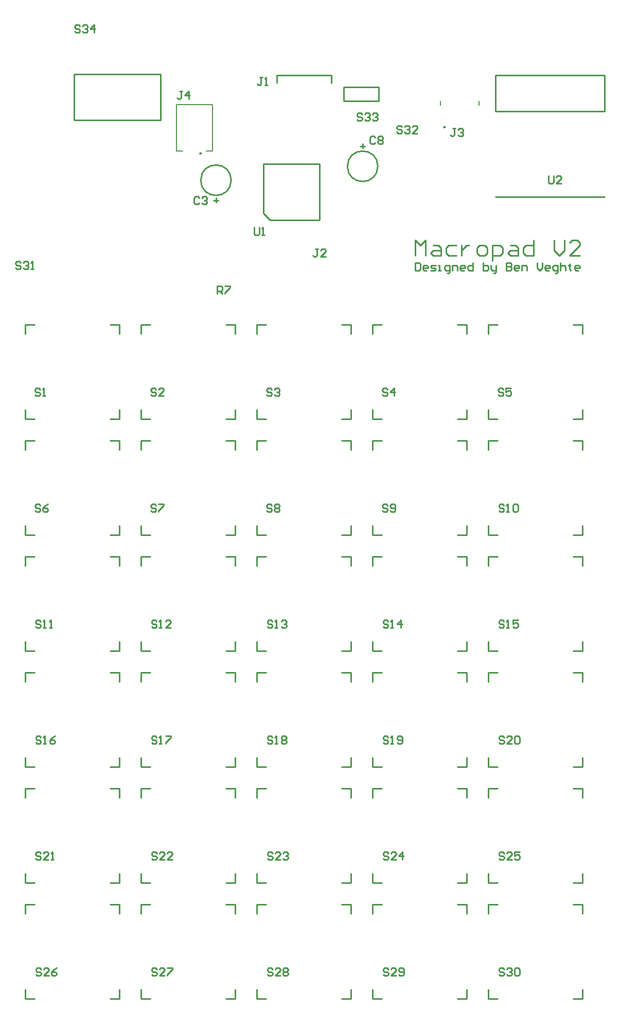
<source format=gto>
G04*
G04 #@! TF.GenerationSoftware,Altium Limited,Altium Designer,22.7.1 (60)*
G04*
G04 Layer_Color=65535*
%FSLAX25Y25*%
%MOIN*%
G70*
G04*
G04 #@! TF.SameCoordinates,C603BF2E-B12D-4F6D-87B7-6185641273B1*
G04*
G04*
G04 #@! TF.FilePolarity,Positive*
G04*
G01*
G75*
%ADD10C,0.00984*%
%ADD11C,0.01000*%
%ADD12C,0.00787*%
D10*
X148492Y581354D02*
G03*
X148492Y581354I-492J0D01*
G01*
X306492Y598331D02*
G03*
X306492Y598331I-492J0D01*
G01*
D11*
X262842Y573000D02*
G03*
X262842Y573000I-9843J0D01*
G01*
X167842Y564000D02*
G03*
X167842Y564000I-9843J0D01*
G01*
X339016Y553291D02*
X409882D01*
X339016Y608410D02*
Y632031D01*
X409882Y608410D02*
Y632031D01*
X339016D02*
X409882D01*
X339016Y608410D02*
X409882D01*
X66000Y602972D02*
Y632500D01*
X122000Y602972D02*
Y632500D01*
X66000Y603000D02*
X122000D01*
X66000Y632500D02*
X122000D01*
X188583Y542449D02*
X192945Y538087D01*
X188583Y542449D02*
Y574638D01*
X225134D01*
Y538087D02*
Y574638D01*
X192945Y538087D02*
X225134D01*
X240693Y615150D02*
Y624205D01*
X263528Y615150D02*
Y624205D01*
X240693D02*
X263528D01*
X240693Y615150D02*
X263528D01*
X334500Y34500D02*
Y40500D01*
Y34500D02*
X340500D01*
X389500D02*
X395500D01*
Y40500D01*
X389500Y95500D02*
X395500D01*
Y89500D02*
Y95500D01*
X334500D02*
X340500D01*
X334500Y89500D02*
Y95500D01*
X259500Y34500D02*
Y40500D01*
Y34500D02*
X265500D01*
X314500D02*
X320500D01*
Y40500D01*
X314500Y95500D02*
X320500D01*
Y89500D02*
Y95500D01*
X259500D02*
X265500D01*
X259500Y89500D02*
Y95500D01*
X184500Y34500D02*
Y40500D01*
Y34500D02*
X190500D01*
X239500D02*
X245500D01*
Y40500D01*
X239500Y95500D02*
X245500D01*
Y89500D02*
Y95500D01*
X184500D02*
X190500D01*
X184500Y89500D02*
Y95500D01*
X109500Y34500D02*
Y40500D01*
Y34500D02*
X115500D01*
X164500D02*
X170500D01*
Y40500D01*
X164500Y95500D02*
X170500D01*
Y89500D02*
Y95500D01*
X109500D02*
X115500D01*
X109500Y89500D02*
Y95500D01*
X34500Y34500D02*
Y40500D01*
Y34500D02*
X40500D01*
X89500D02*
X95500D01*
Y40500D01*
X89500Y95500D02*
X95500D01*
Y89500D02*
Y95500D01*
X34500D02*
X40500D01*
X34500Y89500D02*
Y95500D01*
X334500Y109500D02*
Y115500D01*
Y109500D02*
X340500D01*
X389500D02*
X395500D01*
Y115500D01*
X389500Y170500D02*
X395500D01*
Y164500D02*
Y170500D01*
X334500D02*
X340500D01*
X334500Y164500D02*
Y170500D01*
X259500Y109500D02*
Y115500D01*
Y109500D02*
X265500D01*
X314500D02*
X320500D01*
Y115500D01*
X314500Y170500D02*
X320500D01*
Y164500D02*
Y170500D01*
X259500D02*
X265500D01*
X259500Y164500D02*
Y170500D01*
X184500Y109500D02*
Y115500D01*
Y109500D02*
X190500D01*
X239500D02*
X245500D01*
Y115500D01*
X239500Y170500D02*
X245500D01*
Y164500D02*
Y170500D01*
X184500D02*
X190500D01*
X184500Y164500D02*
Y170500D01*
X109500Y109500D02*
Y115500D01*
Y109500D02*
X115500D01*
X164500D02*
X170500D01*
Y115500D01*
X164500Y170500D02*
X170500D01*
Y164500D02*
Y170500D01*
X109500D02*
X115500D01*
X109500Y164500D02*
Y170500D01*
X34500Y109500D02*
Y115500D01*
Y109500D02*
X40500D01*
X89500D02*
X95500D01*
Y115500D01*
X89500Y170500D02*
X95500D01*
Y164500D02*
Y170500D01*
X34500D02*
X40500D01*
X34500Y164500D02*
Y170500D01*
X334500Y184500D02*
Y190500D01*
Y184500D02*
X340500D01*
X389500D02*
X395500D01*
Y190500D01*
X389500Y245500D02*
X395500D01*
Y239500D02*
Y245500D01*
X334500D02*
X340500D01*
X334500Y239500D02*
Y245500D01*
X259500Y184500D02*
Y190500D01*
Y184500D02*
X265500D01*
X314500D02*
X320500D01*
Y190500D01*
X314500Y245500D02*
X320500D01*
Y239500D02*
Y245500D01*
X259500D02*
X265500D01*
X259500Y239500D02*
Y245500D01*
X184500Y184500D02*
Y190500D01*
Y184500D02*
X190500D01*
X239500D02*
X245500D01*
Y190500D01*
X239500Y245500D02*
X245500D01*
Y239500D02*
Y245500D01*
X184500D02*
X190500D01*
X184500Y239500D02*
Y245500D01*
X109500Y184500D02*
Y190500D01*
Y184500D02*
X115500D01*
X164500D02*
X170500D01*
Y190500D01*
X164500Y245500D02*
X170500D01*
Y239500D02*
Y245500D01*
X109500D02*
X115500D01*
X109500Y239500D02*
Y245500D01*
X34500Y184500D02*
Y190500D01*
Y184500D02*
X40500D01*
X89500D02*
X95500D01*
Y190500D01*
X89500Y245500D02*
X95500D01*
Y239500D02*
Y245500D01*
X34500D02*
X40500D01*
X34500Y239500D02*
Y245500D01*
X334500Y259500D02*
Y265500D01*
Y259500D02*
X340500D01*
X389500D02*
X395500D01*
Y265500D01*
X389500Y320500D02*
X395500D01*
Y314500D02*
Y320500D01*
X334500D02*
X340500D01*
X334500Y314500D02*
Y320500D01*
X259500Y259500D02*
Y265500D01*
Y259500D02*
X265500D01*
X314500D02*
X320500D01*
Y265500D01*
X314500Y320500D02*
X320500D01*
Y314500D02*
Y320500D01*
X259500D02*
X265500D01*
X259500Y314500D02*
Y320500D01*
X184500Y259500D02*
Y265500D01*
Y259500D02*
X190500D01*
X239500D02*
X245500D01*
Y265500D01*
X239500Y320500D02*
X245500D01*
Y314500D02*
Y320500D01*
X184500D02*
X190500D01*
X184500Y314500D02*
Y320500D01*
X109500Y259500D02*
Y265500D01*
Y259500D02*
X115500D01*
X164500D02*
X170500D01*
Y265500D01*
X164500Y320500D02*
X170500D01*
Y314500D02*
Y320500D01*
X109500D02*
X115500D01*
X109500Y314500D02*
Y320500D01*
X34500Y259500D02*
Y265500D01*
Y259500D02*
X40500D01*
X89500D02*
X95500D01*
Y265500D01*
X89500Y320500D02*
X95500D01*
Y314500D02*
Y320500D01*
X34500D02*
X40500D01*
X34500Y314500D02*
Y320500D01*
X334500Y334500D02*
Y340500D01*
Y334500D02*
X340500D01*
X389500D02*
X395500D01*
Y340500D01*
X389500Y395500D02*
X395500D01*
Y389500D02*
Y395500D01*
X334500D02*
X340500D01*
X334500Y389500D02*
Y395500D01*
X259500Y334500D02*
Y340500D01*
Y334500D02*
X265500D01*
X314500D02*
X320500D01*
Y340500D01*
X314500Y395500D02*
X320500D01*
Y389500D02*
Y395500D01*
X259500D02*
X265500D01*
X259500Y389500D02*
Y395500D01*
X184500Y334500D02*
Y340500D01*
Y334500D02*
X190500D01*
X239500D02*
X245500D01*
Y340500D01*
X239500Y395500D02*
X245500D01*
Y389500D02*
Y395500D01*
X184500D02*
X190500D01*
X184500Y389500D02*
Y395500D01*
X109500Y334500D02*
Y340500D01*
Y334500D02*
X115500D01*
X164500D02*
X170500D01*
Y340500D01*
X164500Y395500D02*
X170500D01*
Y389500D02*
Y395500D01*
X109500D02*
X115500D01*
X109500Y389500D02*
Y395500D01*
X34500Y334500D02*
Y340500D01*
Y334500D02*
X40500D01*
X89500D02*
X95500D01*
Y340500D01*
X89500Y395500D02*
X95500D01*
Y389500D02*
Y395500D01*
X34500D02*
X40500D01*
X34500Y389500D02*
Y395500D01*
X334500Y409500D02*
Y415500D01*
Y409500D02*
X340500D01*
X389500D02*
X395500D01*
Y415500D01*
X389500Y470500D02*
X395500D01*
Y464500D02*
Y470500D01*
X334500D02*
X340500D01*
X334500Y464500D02*
Y470500D01*
X259500Y409500D02*
Y415500D01*
Y409500D02*
X265500D01*
X314500D02*
X320500D01*
Y415500D01*
X314500Y470500D02*
X320500D01*
Y464500D02*
Y470500D01*
X259500D02*
X265500D01*
X259500Y464500D02*
Y470500D01*
X184500Y409500D02*
Y415500D01*
Y409500D02*
X190500D01*
X239500D02*
X245500D01*
Y415500D01*
X239500Y470500D02*
X245500D01*
Y464500D02*
Y470500D01*
X184500D02*
X190500D01*
X184500Y464500D02*
Y470500D01*
X109500Y409500D02*
Y415500D01*
Y409500D02*
X115500D01*
X164500D02*
X170500D01*
Y415500D01*
X164500Y470500D02*
X170500D01*
Y464500D02*
Y470500D01*
X109500D02*
X115500D01*
X109500Y464500D02*
Y470500D01*
X34500Y409500D02*
Y415500D01*
Y409500D02*
X40500D01*
X89500D02*
X95500D01*
Y415500D01*
X89500Y470500D02*
X95500D01*
Y464500D02*
Y470500D01*
X34500D02*
X40500D01*
X34500Y464500D02*
Y470500D01*
X197402Y627000D02*
Y632000D01*
X232598D01*
Y627000D02*
Y632000D01*
X253000Y584500D02*
Y587500D01*
X251500Y586000D02*
X254500D01*
X158000Y549500D02*
Y552500D01*
X156500Y551000D02*
X159500D01*
X31485Y510666D02*
X30652Y511499D01*
X28986D01*
X28153Y510666D01*
Y509833D01*
X28986Y509000D01*
X30652D01*
X31485Y508167D01*
Y507334D01*
X30652Y506501D01*
X28986D01*
X28153Y507334D01*
X33151Y510666D02*
X33984Y511499D01*
X35650D01*
X36483Y510666D01*
Y509833D01*
X35650Y509000D01*
X34817D01*
X35650D01*
X36483Y508167D01*
Y507334D01*
X35650Y506501D01*
X33984D01*
X33151Y507334D01*
X38150Y506501D02*
X39816D01*
X38983D01*
Y511499D01*
X38150Y510666D01*
X278463Y598524D02*
X277630Y599358D01*
X275964D01*
X275131Y598524D01*
Y597691D01*
X275964Y596858D01*
X277630D01*
X278463Y596025D01*
Y595192D01*
X277630Y594359D01*
X275964D01*
X275131Y595192D01*
X280129Y598524D02*
X280962Y599358D01*
X282628D01*
X283461Y598524D01*
Y597691D01*
X282628Y596858D01*
X281795D01*
X282628D01*
X283461Y596025D01*
Y595192D01*
X282628Y594359D01*
X280962D01*
X280129Y595192D01*
X288460Y594359D02*
X285127D01*
X288460Y597691D01*
Y598524D01*
X287627Y599358D01*
X285961D01*
X285127Y598524D01*
X373284Y566790D02*
Y562625D01*
X374116Y561792D01*
X375783D01*
X376616Y562625D01*
Y566790D01*
X381614Y561792D02*
X378282D01*
X381614Y565124D01*
Y565957D01*
X380781Y566790D01*
X379115D01*
X378282Y565957D01*
X136232Y621498D02*
X134566D01*
X135399D01*
Y617333D01*
X134566Y616500D01*
X133733D01*
X132900Y617333D01*
X140398Y616500D02*
Y621498D01*
X137898Y618999D01*
X141231D01*
X69832Y663565D02*
X68999Y664398D01*
X67333D01*
X66500Y663565D01*
Y662732D01*
X67333Y661899D01*
X68999D01*
X69832Y661066D01*
Y660233D01*
X68999Y659400D01*
X67333D01*
X66500Y660233D01*
X71498Y663565D02*
X72331Y664398D01*
X73998D01*
X74831Y663565D01*
Y662732D01*
X73998Y661899D01*
X73164D01*
X73998D01*
X74831Y661066D01*
Y660233D01*
X73998Y659400D01*
X72331D01*
X71498Y660233D01*
X78996Y659400D02*
Y664398D01*
X76497Y661899D01*
X79829D01*
X287000Y510665D02*
Y505666D01*
X289499D01*
X290332Y506499D01*
Y509831D01*
X289499Y510665D01*
X287000D01*
X294498Y505666D02*
X292831D01*
X291998Y506499D01*
Y508165D01*
X292831Y508998D01*
X294498D01*
X295331Y508165D01*
Y507332D01*
X291998D01*
X296997Y505666D02*
X299496D01*
X300329Y506499D01*
X299496Y507332D01*
X297830D01*
X296997Y508165D01*
X297830Y508998D01*
X300329D01*
X301995Y505666D02*
X303661D01*
X302828D01*
Y508998D01*
X301995D01*
X307827Y504000D02*
X308660D01*
X309493Y504833D01*
Y508998D01*
X306994D01*
X306160Y508165D01*
Y506499D01*
X306994Y505666D01*
X309493D01*
X311159D02*
Y508998D01*
X313658D01*
X314491Y508165D01*
Y505666D01*
X318656D02*
X316990D01*
X316157Y506499D01*
Y508165D01*
X316990Y508998D01*
X318656D01*
X319490Y508165D01*
Y507332D01*
X316157D01*
X324488Y510665D02*
Y505666D01*
X321989D01*
X321156Y506499D01*
Y508165D01*
X321989Y508998D01*
X324488D01*
X331152Y510665D02*
Y505666D01*
X333651D01*
X334485Y506499D01*
Y507332D01*
Y508165D01*
X333651Y508998D01*
X331152D01*
X336151D02*
Y506499D01*
X336984Y505666D01*
X339483D01*
Y504833D01*
X338650Y504000D01*
X337817D01*
X339483Y505666D02*
Y508998D01*
X346147Y510665D02*
Y505666D01*
X348647D01*
X349480Y506499D01*
Y507332D01*
X348647Y508165D01*
X346147D01*
X348647D01*
X349480Y508998D01*
Y509831D01*
X348647Y510665D01*
X346147D01*
X353645Y505666D02*
X351979D01*
X351146Y506499D01*
Y508165D01*
X351979Y508998D01*
X353645D01*
X354478Y508165D01*
Y507332D01*
X351146D01*
X356144Y505666D02*
Y508998D01*
X358643D01*
X359476Y508165D01*
Y505666D01*
X366141Y510665D02*
Y507332D01*
X367807Y505666D01*
X369473Y507332D01*
Y510665D01*
X373639Y505666D02*
X371972D01*
X371139Y506499D01*
Y508165D01*
X371972Y508998D01*
X373639D01*
X374472Y508165D01*
Y507332D01*
X371139D01*
X377804Y504000D02*
X378637D01*
X379470Y504833D01*
Y508998D01*
X376971D01*
X376138Y508165D01*
Y506499D01*
X376971Y505666D01*
X379470D01*
X381136Y510665D02*
Y505666D01*
Y508165D01*
X381969Y508998D01*
X383635D01*
X384468Y508165D01*
Y505666D01*
X386968Y509831D02*
Y508998D01*
X386135D01*
X387801D01*
X386968D01*
Y506499D01*
X387801Y505666D01*
X392799D02*
X391133D01*
X390300Y506499D01*
Y508165D01*
X391133Y508998D01*
X392799D01*
X393632Y508165D01*
Y507332D01*
X390300D01*
X287000Y515332D02*
Y525329D01*
X290332Y521997D01*
X293665Y525329D01*
Y515332D01*
X298663Y521997D02*
X301995D01*
X303661Y520331D01*
Y515332D01*
X298663D01*
X296997Y516998D01*
X298663Y518665D01*
X303661D01*
X313658Y521997D02*
X308660D01*
X306994Y520331D01*
Y516998D01*
X308660Y515332D01*
X313658D01*
X316990Y521997D02*
Y515332D01*
Y518665D01*
X318656Y520331D01*
X320323Y521997D01*
X321989D01*
X328653Y515332D02*
X331985D01*
X333652Y516998D01*
Y520331D01*
X331985Y521997D01*
X328653D01*
X326987Y520331D01*
Y516998D01*
X328653Y515332D01*
X336984Y512000D02*
Y521997D01*
X341982D01*
X343648Y520331D01*
Y516998D01*
X341982Y515332D01*
X336984D01*
X348647Y521997D02*
X351979D01*
X353645Y520331D01*
Y515332D01*
X348647D01*
X346981Y516998D01*
X348647Y518665D01*
X353645D01*
X363642Y525329D02*
Y515332D01*
X358644D01*
X356977Y516998D01*
Y520331D01*
X358644Y521997D01*
X363642D01*
X376971Y525329D02*
Y518665D01*
X380303Y515332D01*
X383635Y518665D01*
Y525329D01*
X393632Y515332D02*
X386968D01*
X393632Y521997D01*
Y523663D01*
X391966Y525329D01*
X388634D01*
X386968Y523663D01*
X224167Y519499D02*
X222501D01*
X223334D01*
Y515334D01*
X222501Y514501D01*
X221668D01*
X220835Y515334D01*
X229165Y514501D02*
X225833D01*
X229165Y517833D01*
Y518666D01*
X228332Y519499D01*
X226666D01*
X225833Y518666D01*
X182668Y533499D02*
Y529334D01*
X183501Y528501D01*
X185167D01*
X186000Y529334D01*
Y533499D01*
X187666Y528501D02*
X189332D01*
X188499D01*
Y533499D01*
X187666Y532666D01*
X252668Y606666D02*
X251835Y607499D01*
X250169D01*
X249336Y606666D01*
Y605833D01*
X250169Y605000D01*
X251835D01*
X252668Y604167D01*
Y603334D01*
X251835Y602501D01*
X250169D01*
X249336Y603334D01*
X254334Y606666D02*
X255167Y607499D01*
X256833D01*
X257666Y606666D01*
Y605833D01*
X256833Y605000D01*
X256000D01*
X256833D01*
X257666Y604167D01*
Y603334D01*
X256833Y602501D01*
X255167D01*
X254334Y603334D01*
X259332Y606666D02*
X260165Y607499D01*
X261831D01*
X262665Y606666D01*
Y605833D01*
X261831Y605000D01*
X260998D01*
X261831D01*
X262665Y604167D01*
Y603334D01*
X261831Y602501D01*
X260165D01*
X259332Y603334D01*
X344665Y53665D02*
X343832Y54498D01*
X342166D01*
X341333Y53665D01*
Y52832D01*
X342166Y51999D01*
X343832D01*
X344665Y51166D01*
Y50333D01*
X343832Y49500D01*
X342166D01*
X341333Y50333D01*
X346331Y53665D02*
X347164Y54498D01*
X348831D01*
X349663Y53665D01*
Y52832D01*
X348831Y51999D01*
X347997D01*
X348831D01*
X349663Y51166D01*
Y50333D01*
X348831Y49500D01*
X347164D01*
X346331Y50333D01*
X351330Y53665D02*
X352163Y54498D01*
X353829D01*
X354662Y53665D01*
Y50333D01*
X353829Y49500D01*
X352163D01*
X351330Y50333D01*
Y53665D01*
X269665D02*
X268832Y54498D01*
X267166D01*
X266333Y53665D01*
Y52832D01*
X267166Y51999D01*
X268832D01*
X269665Y51166D01*
Y50333D01*
X268832Y49500D01*
X267166D01*
X266333Y50333D01*
X274663Y49500D02*
X271331D01*
X274663Y52832D01*
Y53665D01*
X273831Y54498D01*
X272164D01*
X271331Y53665D01*
X276330Y50333D02*
X277163Y49500D01*
X278829D01*
X279662Y50333D01*
Y53665D01*
X278829Y54498D01*
X277163D01*
X276330Y53665D01*
Y52832D01*
X277163Y51999D01*
X279662D01*
X194665Y53665D02*
X193832Y54498D01*
X192166D01*
X191333Y53665D01*
Y52832D01*
X192166Y51999D01*
X193832D01*
X194665Y51166D01*
Y50333D01*
X193832Y49500D01*
X192166D01*
X191333Y50333D01*
X199663Y49500D02*
X196331D01*
X199663Y52832D01*
Y53665D01*
X198830Y54498D01*
X197164D01*
X196331Y53665D01*
X201330D02*
X202163Y54498D01*
X203829D01*
X204662Y53665D01*
Y52832D01*
X203829Y51999D01*
X204662Y51166D01*
Y50333D01*
X203829Y49500D01*
X202163D01*
X201330Y50333D01*
Y51166D01*
X202163Y51999D01*
X201330Y52832D01*
Y53665D01*
X202163Y51999D02*
X203829D01*
X119665Y53665D02*
X118832Y54498D01*
X117166D01*
X116333Y53665D01*
Y52832D01*
X117166Y51999D01*
X118832D01*
X119665Y51166D01*
Y50333D01*
X118832Y49500D01*
X117166D01*
X116333Y50333D01*
X124663Y49500D02*
X121331D01*
X124663Y52832D01*
Y53665D01*
X123830Y54498D01*
X122164D01*
X121331Y53665D01*
X126330Y54498D02*
X129662D01*
Y53665D01*
X126330Y50333D01*
Y49500D01*
X44665Y53665D02*
X43832Y54498D01*
X42166D01*
X41333Y53665D01*
Y52832D01*
X42166Y51999D01*
X43832D01*
X44665Y51166D01*
Y50333D01*
X43832Y49500D01*
X42166D01*
X41333Y50333D01*
X49663Y49500D02*
X46331D01*
X49663Y52832D01*
Y53665D01*
X48831Y54498D01*
X47164D01*
X46331Y53665D01*
X54662Y54498D02*
X52996Y53665D01*
X51330Y51999D01*
Y50333D01*
X52163Y49500D01*
X53829D01*
X54662Y50333D01*
Y51166D01*
X53829Y51999D01*
X51330D01*
X344665Y128665D02*
X343832Y129498D01*
X342166D01*
X341333Y128665D01*
Y127832D01*
X342166Y126999D01*
X343832D01*
X344665Y126166D01*
Y125333D01*
X343832Y124500D01*
X342166D01*
X341333Y125333D01*
X349663Y124500D02*
X346331D01*
X349663Y127832D01*
Y128665D01*
X348831Y129498D01*
X347164D01*
X346331Y128665D01*
X354662Y129498D02*
X351330D01*
Y126999D01*
X352996Y127832D01*
X353829D01*
X354662Y126999D01*
Y125333D01*
X353829Y124500D01*
X352163D01*
X351330Y125333D01*
X269665Y128665D02*
X268832Y129498D01*
X267166D01*
X266333Y128665D01*
Y127832D01*
X267166Y126999D01*
X268832D01*
X269665Y126166D01*
Y125333D01*
X268832Y124500D01*
X267166D01*
X266333Y125333D01*
X274663Y124500D02*
X271331D01*
X274663Y127832D01*
Y128665D01*
X273831Y129498D01*
X272164D01*
X271331Y128665D01*
X278829Y124500D02*
Y129498D01*
X276330Y126999D01*
X279662D01*
X194665Y128665D02*
X193832Y129498D01*
X192166D01*
X191333Y128665D01*
Y127832D01*
X192166Y126999D01*
X193832D01*
X194665Y126166D01*
Y125333D01*
X193832Y124500D01*
X192166D01*
X191333Y125333D01*
X199663Y124500D02*
X196331D01*
X199663Y127832D01*
Y128665D01*
X198830Y129498D01*
X197164D01*
X196331Y128665D01*
X201330D02*
X202163Y129498D01*
X203829D01*
X204662Y128665D01*
Y127832D01*
X203829Y126999D01*
X202996D01*
X203829D01*
X204662Y126166D01*
Y125333D01*
X203829Y124500D01*
X202163D01*
X201330Y125333D01*
X119665Y128665D02*
X118832Y129498D01*
X117166D01*
X116333Y128665D01*
Y127832D01*
X117166Y126999D01*
X118832D01*
X119665Y126166D01*
Y125333D01*
X118832Y124500D01*
X117166D01*
X116333Y125333D01*
X124663Y124500D02*
X121331D01*
X124663Y127832D01*
Y128665D01*
X123830Y129498D01*
X122164D01*
X121331Y128665D01*
X129662Y124500D02*
X126330D01*
X129662Y127832D01*
Y128665D01*
X128829Y129498D01*
X127163D01*
X126330Y128665D01*
X44499D02*
X43666Y129498D01*
X41999D01*
X41166Y128665D01*
Y127832D01*
X41999Y126999D01*
X43666D01*
X44499Y126166D01*
Y125333D01*
X43666Y124500D01*
X41999D01*
X41166Y125333D01*
X49497Y124500D02*
X46165D01*
X49497Y127832D01*
Y128665D01*
X48664Y129498D01*
X46998D01*
X46165Y128665D01*
X51163Y124500D02*
X52829D01*
X51996D01*
Y129498D01*
X51163Y128665D01*
X344665Y203665D02*
X343832Y204498D01*
X342166D01*
X341333Y203665D01*
Y202832D01*
X342166Y201999D01*
X343832D01*
X344665Y201166D01*
Y200333D01*
X343832Y199500D01*
X342166D01*
X341333Y200333D01*
X349663Y199500D02*
X346331D01*
X349663Y202832D01*
Y203665D01*
X348831Y204498D01*
X347164D01*
X346331Y203665D01*
X351330D02*
X352163Y204498D01*
X353829D01*
X354662Y203665D01*
Y200333D01*
X353829Y199500D01*
X352163D01*
X351330Y200333D01*
Y203665D01*
X269582D02*
X268749Y204498D01*
X267083D01*
X266250Y203665D01*
Y202832D01*
X267083Y201999D01*
X268749D01*
X269582Y201166D01*
Y200333D01*
X268749Y199500D01*
X267083D01*
X266250Y200333D01*
X271248Y199500D02*
X272914D01*
X272081D01*
Y204498D01*
X271248Y203665D01*
X275413Y200333D02*
X276246Y199500D01*
X277912D01*
X278746Y200333D01*
Y203665D01*
X277912Y204498D01*
X276246D01*
X275413Y203665D01*
Y202832D01*
X276246Y201999D01*
X278746D01*
X194582Y203665D02*
X193749Y204498D01*
X192083D01*
X191250Y203665D01*
Y202832D01*
X192083Y201999D01*
X193749D01*
X194582Y201166D01*
Y200333D01*
X193749Y199500D01*
X192083D01*
X191250Y200333D01*
X196248Y199500D02*
X197914D01*
X197081D01*
Y204498D01*
X196248Y203665D01*
X200413D02*
X201246Y204498D01*
X202912D01*
X203746Y203665D01*
Y202832D01*
X202912Y201999D01*
X203746Y201166D01*
Y200333D01*
X202912Y199500D01*
X201246D01*
X200413Y200333D01*
Y201166D01*
X201246Y201999D01*
X200413Y202832D01*
Y203665D01*
X201246Y201999D02*
X202912D01*
X119582Y203665D02*
X118749Y204498D01*
X117083D01*
X116250Y203665D01*
Y202832D01*
X117083Y201999D01*
X118749D01*
X119582Y201166D01*
Y200333D01*
X118749Y199500D01*
X117083D01*
X116250Y200333D01*
X121248Y199500D02*
X122914D01*
X122081D01*
Y204498D01*
X121248Y203665D01*
X125413Y204498D02*
X128746D01*
Y203665D01*
X125413Y200333D01*
Y199500D01*
X44582Y203665D02*
X43749Y204498D01*
X42083D01*
X41250Y203665D01*
Y202832D01*
X42083Y201999D01*
X43749D01*
X44582Y201166D01*
Y200333D01*
X43749Y199500D01*
X42083D01*
X41250Y200333D01*
X46248Y199500D02*
X47914D01*
X47081D01*
Y204498D01*
X46248Y203665D01*
X53746Y204498D02*
X52079Y203665D01*
X50413Y201999D01*
Y200333D01*
X51246Y199500D01*
X52912D01*
X53746Y200333D01*
Y201166D01*
X52912Y201999D01*
X50413D01*
X344582Y278665D02*
X343749Y279498D01*
X342083D01*
X341250Y278665D01*
Y277832D01*
X342083Y276999D01*
X343749D01*
X344582Y276166D01*
Y275333D01*
X343749Y274500D01*
X342083D01*
X341250Y275333D01*
X346248Y274500D02*
X347914D01*
X347081D01*
Y279498D01*
X346248Y278665D01*
X353746Y279498D02*
X350413D01*
Y276999D01*
X352079Y277832D01*
X352912D01*
X353746Y276999D01*
Y275333D01*
X352912Y274500D01*
X351246D01*
X350413Y275333D01*
X269582Y278665D02*
X268749Y279498D01*
X267083D01*
X266250Y278665D01*
Y277832D01*
X267083Y276999D01*
X268749D01*
X269582Y276166D01*
Y275333D01*
X268749Y274500D01*
X267083D01*
X266250Y275333D01*
X271248Y274500D02*
X272914D01*
X272081D01*
Y279498D01*
X271248Y278665D01*
X277912Y274500D02*
Y279498D01*
X275413Y276999D01*
X278746D01*
X194582Y278665D02*
X193749Y279498D01*
X192083D01*
X191250Y278665D01*
Y277832D01*
X192083Y276999D01*
X193749D01*
X194582Y276166D01*
Y275333D01*
X193749Y274500D01*
X192083D01*
X191250Y275333D01*
X196248Y274500D02*
X197914D01*
X197081D01*
Y279498D01*
X196248Y278665D01*
X200413D02*
X201246Y279498D01*
X202912D01*
X203746Y278665D01*
Y277832D01*
X202912Y276999D01*
X202079D01*
X202912D01*
X203746Y276166D01*
Y275333D01*
X202912Y274500D01*
X201246D01*
X200413Y275333D01*
X119582Y278665D02*
X118749Y279498D01*
X117083D01*
X116250Y278665D01*
Y277832D01*
X117083Y276999D01*
X118749D01*
X119582Y276166D01*
Y275333D01*
X118749Y274500D01*
X117083D01*
X116250Y275333D01*
X121248Y274500D02*
X122914D01*
X122081D01*
Y279498D01*
X121248Y278665D01*
X128746Y274500D02*
X125413D01*
X128746Y277832D01*
Y278665D01*
X127912Y279498D01*
X126246D01*
X125413Y278665D01*
X44415D02*
X43582Y279498D01*
X41916D01*
X41083Y278665D01*
Y277832D01*
X41916Y276999D01*
X43582D01*
X44415Y276166D01*
Y275333D01*
X43582Y274500D01*
X41916D01*
X41083Y275333D01*
X46081Y274500D02*
X47747D01*
X46914D01*
Y279498D01*
X46081Y278665D01*
X50247Y274500D02*
X51913D01*
X51080D01*
Y279498D01*
X50247Y278665D01*
X344582Y353665D02*
X343749Y354498D01*
X342083D01*
X341250Y353665D01*
Y352832D01*
X342083Y351999D01*
X343749D01*
X344582Y351166D01*
Y350333D01*
X343749Y349500D01*
X342083D01*
X341250Y350333D01*
X346248Y349500D02*
X347914D01*
X347081D01*
Y354498D01*
X346248Y353665D01*
X350413D02*
X351246Y354498D01*
X352912D01*
X353746Y353665D01*
Y350333D01*
X352912Y349500D01*
X351246D01*
X350413Y350333D01*
Y353665D01*
X269165D02*
X268332Y354498D01*
X266666D01*
X265833Y353665D01*
Y352832D01*
X266666Y351999D01*
X268332D01*
X269165Y351166D01*
Y350333D01*
X268332Y349500D01*
X266666D01*
X265833Y350333D01*
X270831D02*
X271665Y349500D01*
X273331D01*
X274164Y350333D01*
Y353665D01*
X273331Y354498D01*
X271665D01*
X270831Y353665D01*
Y352832D01*
X271665Y351999D01*
X274164D01*
X194165Y353665D02*
X193332Y354498D01*
X191666D01*
X190833Y353665D01*
Y352832D01*
X191666Y351999D01*
X193332D01*
X194165Y351166D01*
Y350333D01*
X193332Y349500D01*
X191666D01*
X190833Y350333D01*
X195831Y353665D02*
X196665Y354498D01*
X198331D01*
X199164Y353665D01*
Y352832D01*
X198331Y351999D01*
X199164Y351166D01*
Y350333D01*
X198331Y349500D01*
X196665D01*
X195831Y350333D01*
Y351166D01*
X196665Y351999D01*
X195831Y352832D01*
Y353665D01*
X196665Y351999D02*
X198331D01*
X119165Y353665D02*
X118332Y354498D01*
X116666D01*
X115833Y353665D01*
Y352832D01*
X116666Y351999D01*
X118332D01*
X119165Y351166D01*
Y350333D01*
X118332Y349500D01*
X116666D01*
X115833Y350333D01*
X120831Y354498D02*
X124164D01*
Y353665D01*
X120831Y350333D01*
Y349500D01*
X44165Y353665D02*
X43332Y354498D01*
X41666D01*
X40833Y353665D01*
Y352832D01*
X41666Y351999D01*
X43332D01*
X44165Y351166D01*
Y350333D01*
X43332Y349500D01*
X41666D01*
X40833Y350333D01*
X49164Y354498D02*
X47498Y353665D01*
X45831Y351999D01*
Y350333D01*
X46665Y349500D01*
X48331D01*
X49164Y350333D01*
Y351166D01*
X48331Y351999D01*
X45831D01*
X344165Y428665D02*
X343332Y429498D01*
X341666D01*
X340833Y428665D01*
Y427832D01*
X341666Y426999D01*
X343332D01*
X344165Y426166D01*
Y425333D01*
X343332Y424500D01*
X341666D01*
X340833Y425333D01*
X349164Y429498D02*
X345831D01*
Y426999D01*
X347498Y427832D01*
X348331D01*
X349164Y426999D01*
Y425333D01*
X348331Y424500D01*
X346665D01*
X345831Y425333D01*
X269165Y428665D02*
X268332Y429498D01*
X266666D01*
X265833Y428665D01*
Y427832D01*
X266666Y426999D01*
X268332D01*
X269165Y426166D01*
Y425333D01*
X268332Y424500D01*
X266666D01*
X265833Y425333D01*
X273331Y424500D02*
Y429498D01*
X270831Y426999D01*
X274164D01*
X194165Y428665D02*
X193332Y429498D01*
X191666D01*
X190833Y428665D01*
Y427832D01*
X191666Y426999D01*
X193332D01*
X194165Y426166D01*
Y425333D01*
X193332Y424500D01*
X191666D01*
X190833Y425333D01*
X195831Y428665D02*
X196665Y429498D01*
X198331D01*
X199164Y428665D01*
Y427832D01*
X198331Y426999D01*
X197498D01*
X198331D01*
X199164Y426166D01*
Y425333D01*
X198331Y424500D01*
X196665D01*
X195831Y425333D01*
X119165Y428665D02*
X118332Y429498D01*
X116666D01*
X115833Y428665D01*
Y427832D01*
X116666Y426999D01*
X118332D01*
X119165Y426166D01*
Y425333D01*
X118332Y424500D01*
X116666D01*
X115833Y425333D01*
X124164Y424500D02*
X120831D01*
X124164Y427832D01*
Y428665D01*
X123331Y429498D01*
X121665D01*
X120831Y428665D01*
X43999D02*
X43166Y429498D01*
X41500D01*
X40666Y428665D01*
Y427832D01*
X41500Y426999D01*
X43166D01*
X43999Y426166D01*
Y425333D01*
X43166Y424500D01*
X41500D01*
X40666Y425333D01*
X45665Y424500D02*
X47331D01*
X46498D01*
Y429498D01*
X45665Y428665D01*
X158835Y490501D02*
Y495499D01*
X161334D01*
X162167Y494666D01*
Y493000D01*
X161334Y492167D01*
X158835D01*
X160501D02*
X162167Y490501D01*
X163833Y495499D02*
X167165D01*
Y494666D01*
X163833Y491334D01*
Y490501D01*
X313167Y597499D02*
X311501D01*
X312334D01*
Y593334D01*
X311501Y592501D01*
X310668D01*
X309835Y593334D01*
X314833Y596666D02*
X315666Y597499D01*
X317332D01*
X318165Y596666D01*
Y595833D01*
X317332Y595000D01*
X316499D01*
X317332D01*
X318165Y594167D01*
Y593334D01*
X317332Y592501D01*
X315666D01*
X314833Y593334D01*
X188000Y630499D02*
X186334D01*
X187167D01*
Y626334D01*
X186334Y625501D01*
X185501D01*
X184668Y626334D01*
X189666Y625501D02*
X191332D01*
X190499D01*
Y630499D01*
X189666Y629666D01*
X261167Y591666D02*
X260334Y592499D01*
X258668D01*
X257835Y591666D01*
Y588334D01*
X258668Y587501D01*
X260334D01*
X261167Y588334D01*
X262833Y591666D02*
X263666Y592499D01*
X265332D01*
X266165Y591666D01*
Y590833D01*
X265332Y590000D01*
X266165Y589167D01*
Y588334D01*
X265332Y587501D01*
X263666D01*
X262833Y588334D01*
Y589167D01*
X263666Y590000D01*
X262833Y590833D01*
Y591666D01*
X263666Y590000D02*
X265332D01*
X147167Y552666D02*
X146334Y553499D01*
X144668D01*
X143835Y552666D01*
Y549334D01*
X144668Y548501D01*
X146334D01*
X147167Y549334D01*
X148833Y552666D02*
X149666Y553499D01*
X151332D01*
X152165Y552666D01*
Y551833D01*
X151332Y551000D01*
X150499D01*
X151332D01*
X152165Y550167D01*
Y549334D01*
X151332Y548501D01*
X149666D01*
X148833Y549334D01*
D12*
X155614Y583039D02*
Y612960D01*
X151677Y583039D02*
X155614D01*
X132386Y612960D02*
X155614D01*
X132385Y583038D02*
Y612959D01*
X132386Y583039D02*
X136323D01*
X303500Y612659D02*
Y615341D01*
X328500Y612659D02*
Y615341D01*
M02*

</source>
